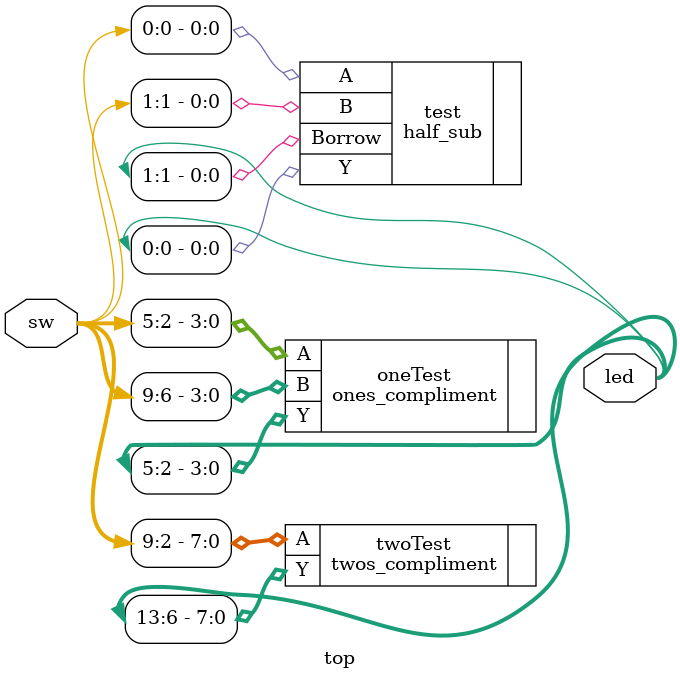
<source format=v>
module top(
    input [9:0] sw,
    output [13:0] led
);

half_sub test(
    .A(sw[0]),
    .B(sw[1]),
    .Y(led[0]),
    .Borrow(led[1])
);

ones_compliment oneTest(
    .A(sw[5:2]),
    .B(sw[9:6]),
    .Y(led[5:2])
);

twos_compliment twoTest(
    .A(sw[9:2]),
    .Y(led[13:6])
);

endmodule

</source>
